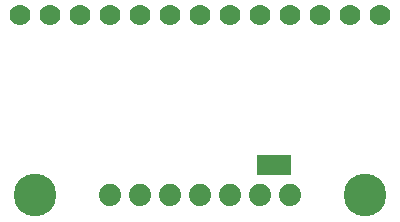
<source format=gbr>
G04 EAGLE Gerber RS-274X export*
G75*
%MOMM*%
%FSLAX34Y34*%
%LPD*%
%INSoldermask Bottom*%
%IPPOS*%
%AMOC8*
5,1,8,0,0,1.08239X$1,22.5*%
G01*
%ADD10C,1.778000*%
%ADD11C,1.879600*%
%ADD12C,3.617600*%
%ADD13R,2.921000X1.651000*%


D10*
X12700Y177800D03*
X38100Y177800D03*
X63500Y177800D03*
X88900Y177800D03*
X114300Y177800D03*
X139700Y177800D03*
X165100Y177800D03*
X190500Y177800D03*
X215900Y177800D03*
X241300Y177800D03*
X266700Y177800D03*
X292100Y177800D03*
X317500Y177800D03*
D11*
X88900Y25400D03*
X114300Y25400D03*
X139700Y25400D03*
X165100Y25400D03*
X190500Y25400D03*
X215900Y25400D03*
X241300Y25400D03*
D12*
X25400Y25400D03*
X304800Y25400D03*
D13*
X227965Y50800D03*
M02*

</source>
